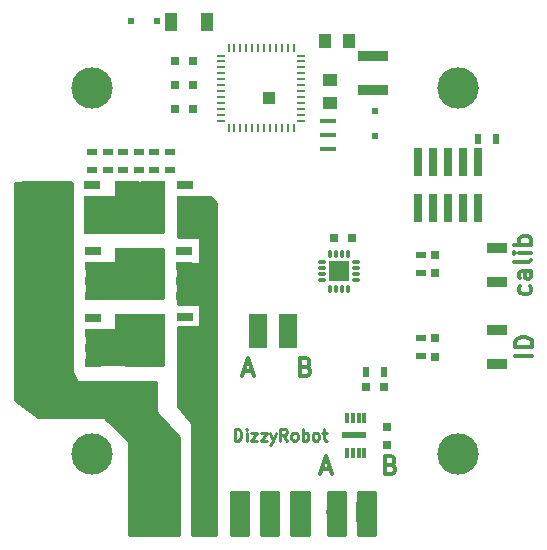
<source format=gbr>
G04 #@! TF.FileFunction,Soldermask,Top*
%FSLAX46Y46*%
G04 Gerber Fmt 4.6, Leading zero omitted, Abs format (unit mm)*
G04 Created by KiCad (PCBNEW 4.0.6) date 10/14/18 11:43:10*
%MOMM*%
%LPD*%
G01*
G04 APERTURE LIST*
%ADD10C,0.100000*%
%ADD11C,0.300000*%
%ADD12C,0.250000*%
%ADD13C,3.500000*%
%ADD14R,1.000000X1.250000*%
%ADD15R,1.250000X1.000000*%
%ADD16R,0.800000X0.750000*%
%ADD17R,0.750000X0.800000*%
%ADD18R,1.700000X0.900000*%
%ADD19R,0.500000X0.500000*%
%ADD20R,0.800000X0.800000*%
%ADD21R,1.700000X1.700000*%
%ADD22O,1.700000X1.700000*%
%ADD23R,2.500000X0.900000*%
%ADD24R,1.400000X0.700000*%
%ADD25R,4.300000X4.410000*%
%ADD26R,0.900000X0.500000*%
%ADD27R,0.500000X0.900000*%
%ADD28R,0.700000X0.250000*%
%ADD29R,0.250000X0.700000*%
%ADD30R,1.000000X1.000000*%
%ADD31R,0.304800X0.889000*%
%ADD32R,2.000000X0.600000*%
%ADD33O,0.300000X0.750000*%
%ADD34O,0.750000X0.300000*%
%ADD35R,0.900000X0.900000*%
%ADD36R,1.400000X0.400000*%
%ADD37R,1.000000X1.600000*%
%ADD38R,2.150000X2.200000*%
%ADD39R,0.740000X2.400000*%
%ADD40R,1.500000X3.000000*%
%ADD41C,0.254000*%
G04 APERTURE END LIST*
D10*
D11*
X68107143Y-73592857D02*
X68321429Y-73664286D01*
X68392857Y-73735714D01*
X68464286Y-73878571D01*
X68464286Y-74092857D01*
X68392857Y-74235714D01*
X68321429Y-74307143D01*
X68178571Y-74378571D01*
X67607143Y-74378571D01*
X67607143Y-72878571D01*
X68107143Y-72878571D01*
X68250000Y-72950000D01*
X68321429Y-73021429D01*
X68392857Y-73164286D01*
X68392857Y-73307143D01*
X68321429Y-73450000D01*
X68250000Y-73521429D01*
X68107143Y-73592857D01*
X67607143Y-73592857D01*
X62842857Y-73950000D02*
X63557143Y-73950000D01*
X62700000Y-74378571D02*
X63200000Y-72878571D01*
X63700000Y-74378571D01*
X75307143Y-81892857D02*
X75521429Y-81964286D01*
X75592857Y-82035714D01*
X75664286Y-82178571D01*
X75664286Y-82392857D01*
X75592857Y-82535714D01*
X75521429Y-82607143D01*
X75378571Y-82678571D01*
X74807143Y-82678571D01*
X74807143Y-81178571D01*
X75307143Y-81178571D01*
X75450000Y-81250000D01*
X75521429Y-81321429D01*
X75592857Y-81464286D01*
X75592857Y-81607143D01*
X75521429Y-81750000D01*
X75450000Y-81821429D01*
X75307143Y-81892857D01*
X74807143Y-81892857D01*
X69442857Y-82250000D02*
X70157143Y-82250000D01*
X69300000Y-82678571D02*
X69800000Y-81178571D01*
X70300000Y-82678571D01*
X87107143Y-66750000D02*
X87178571Y-66892857D01*
X87178571Y-67178571D01*
X87107143Y-67321429D01*
X87035714Y-67392857D01*
X86892857Y-67464286D01*
X86464286Y-67464286D01*
X86321429Y-67392857D01*
X86250000Y-67321429D01*
X86178571Y-67178571D01*
X86178571Y-66892857D01*
X86250000Y-66750000D01*
X87178571Y-65464286D02*
X86392857Y-65464286D01*
X86250000Y-65535715D01*
X86178571Y-65678572D01*
X86178571Y-65964286D01*
X86250000Y-66107143D01*
X87107143Y-65464286D02*
X87178571Y-65607143D01*
X87178571Y-65964286D01*
X87107143Y-66107143D01*
X86964286Y-66178572D01*
X86821429Y-66178572D01*
X86678571Y-66107143D01*
X86607143Y-65964286D01*
X86607143Y-65607143D01*
X86535714Y-65464286D01*
X87178571Y-64535714D02*
X87107143Y-64678572D01*
X86964286Y-64750000D01*
X85678571Y-64750000D01*
X87178571Y-63964286D02*
X86178571Y-63964286D01*
X85678571Y-63964286D02*
X85750000Y-64035715D01*
X85821429Y-63964286D01*
X85750000Y-63892858D01*
X85678571Y-63964286D01*
X85821429Y-63964286D01*
X87178571Y-63250000D02*
X85678571Y-63250000D01*
X86250000Y-63250000D02*
X86178571Y-63107143D01*
X86178571Y-62821429D01*
X86250000Y-62678572D01*
X86321429Y-62607143D01*
X86464286Y-62535714D01*
X86892857Y-62535714D01*
X87035714Y-62607143D01*
X87107143Y-62678572D01*
X87178571Y-62821429D01*
X87178571Y-63107143D01*
X87107143Y-63250000D01*
X87278571Y-72650000D02*
X85778571Y-72650000D01*
X87278571Y-71935714D02*
X85778571Y-71935714D01*
X85778571Y-71578571D01*
X85850000Y-71364286D01*
X85992857Y-71221428D01*
X86135714Y-71150000D01*
X86421429Y-71078571D01*
X86635714Y-71078571D01*
X86921429Y-71150000D01*
X87064286Y-71221428D01*
X87207143Y-71364286D01*
X87278571Y-71578571D01*
X87278571Y-71935714D01*
D12*
X62066666Y-79852381D02*
X62066666Y-78852381D01*
X62304761Y-78852381D01*
X62447619Y-78900000D01*
X62542857Y-78995238D01*
X62590476Y-79090476D01*
X62638095Y-79280952D01*
X62638095Y-79423810D01*
X62590476Y-79614286D01*
X62542857Y-79709524D01*
X62447619Y-79804762D01*
X62304761Y-79852381D01*
X62066666Y-79852381D01*
X63066666Y-79852381D02*
X63066666Y-79185714D01*
X63066666Y-78852381D02*
X63019047Y-78900000D01*
X63066666Y-78947619D01*
X63114285Y-78900000D01*
X63066666Y-78852381D01*
X63066666Y-78947619D01*
X63447618Y-79185714D02*
X63971428Y-79185714D01*
X63447618Y-79852381D01*
X63971428Y-79852381D01*
X64257142Y-79185714D02*
X64780952Y-79185714D01*
X64257142Y-79852381D01*
X64780952Y-79852381D01*
X65066666Y-79185714D02*
X65304761Y-79852381D01*
X65542857Y-79185714D02*
X65304761Y-79852381D01*
X65209523Y-80090476D01*
X65161904Y-80138095D01*
X65066666Y-80185714D01*
X66495238Y-79852381D02*
X66161904Y-79376190D01*
X65923809Y-79852381D02*
X65923809Y-78852381D01*
X66304762Y-78852381D01*
X66400000Y-78900000D01*
X66447619Y-78947619D01*
X66495238Y-79042857D01*
X66495238Y-79185714D01*
X66447619Y-79280952D01*
X66400000Y-79328571D01*
X66304762Y-79376190D01*
X65923809Y-79376190D01*
X67066666Y-79852381D02*
X66971428Y-79804762D01*
X66923809Y-79757143D01*
X66876190Y-79661905D01*
X66876190Y-79376190D01*
X66923809Y-79280952D01*
X66971428Y-79233333D01*
X67066666Y-79185714D01*
X67209524Y-79185714D01*
X67304762Y-79233333D01*
X67352381Y-79280952D01*
X67400000Y-79376190D01*
X67400000Y-79661905D01*
X67352381Y-79757143D01*
X67304762Y-79804762D01*
X67209524Y-79852381D01*
X67066666Y-79852381D01*
X67828571Y-79852381D02*
X67828571Y-78852381D01*
X67828571Y-79233333D02*
X67923809Y-79185714D01*
X68114286Y-79185714D01*
X68209524Y-79233333D01*
X68257143Y-79280952D01*
X68304762Y-79376190D01*
X68304762Y-79661905D01*
X68257143Y-79757143D01*
X68209524Y-79804762D01*
X68114286Y-79852381D01*
X67923809Y-79852381D01*
X67828571Y-79804762D01*
X68876190Y-79852381D02*
X68780952Y-79804762D01*
X68733333Y-79757143D01*
X68685714Y-79661905D01*
X68685714Y-79376190D01*
X68733333Y-79280952D01*
X68780952Y-79233333D01*
X68876190Y-79185714D01*
X69019048Y-79185714D01*
X69114286Y-79233333D01*
X69161905Y-79280952D01*
X69209524Y-79376190D01*
X69209524Y-79661905D01*
X69161905Y-79757143D01*
X69114286Y-79804762D01*
X69019048Y-79852381D01*
X68876190Y-79852381D01*
X69495238Y-79185714D02*
X69876190Y-79185714D01*
X69638095Y-78852381D02*
X69638095Y-79709524D01*
X69685714Y-79804762D01*
X69780952Y-79852381D01*
X69876190Y-79852381D01*
D13*
X50000000Y-81000000D03*
X81000000Y-81000000D03*
X81000000Y-50000000D03*
D14*
X71750000Y-46050000D03*
X69750000Y-46050000D03*
D15*
X70150000Y-51300000D03*
X70150000Y-49300000D03*
D16*
X58550000Y-51800000D03*
X57050000Y-51800000D03*
X58550000Y-49750000D03*
X57050000Y-49750000D03*
X58550000Y-47750000D03*
X57050000Y-47750000D03*
D17*
X75000000Y-80200000D03*
X75000000Y-78700000D03*
D16*
X70500000Y-62700000D03*
X72000000Y-62700000D03*
D18*
X84300000Y-66400000D03*
X84300000Y-63500000D03*
D19*
X73950000Y-51900000D03*
X73950000Y-54100000D03*
D20*
X74750000Y-75350000D03*
X73150000Y-75350000D03*
X79000000Y-71150000D03*
X79000000Y-72750000D03*
D19*
X55500000Y-44350000D03*
X53300000Y-44350000D03*
D20*
X79000000Y-64100000D03*
X79000000Y-65700000D03*
D18*
X84300000Y-73350000D03*
X84300000Y-70450000D03*
D21*
X73200000Y-85900000D03*
D22*
X70660000Y-85900000D03*
D21*
X56600000Y-85900000D03*
X59200000Y-85900000D03*
X62500000Y-85900000D03*
X65040000Y-85900000D03*
X67580000Y-85900000D03*
D23*
X73750000Y-50200000D03*
X73750000Y-47300000D03*
D24*
X50100000Y-73240000D03*
X50100000Y-71970000D03*
X50100000Y-70700000D03*
X50100000Y-69430000D03*
D25*
X46290000Y-71335000D03*
D24*
X50100000Y-67570000D03*
X50100000Y-66300000D03*
X50100000Y-65030000D03*
X50100000Y-63760000D03*
D25*
X46290000Y-65665000D03*
D24*
X50000000Y-62000000D03*
X50000000Y-60730000D03*
X50000000Y-59460000D03*
X50000000Y-58190000D03*
D25*
X46190000Y-60095000D03*
D26*
X77800000Y-72700000D03*
X77800000Y-71200000D03*
X77800000Y-65650000D03*
X77800000Y-64150000D03*
X55250000Y-56950000D03*
X55250000Y-55450000D03*
X56600000Y-56950000D03*
X56600000Y-55450000D03*
X52650000Y-56950000D03*
X52650000Y-55450000D03*
X53950000Y-56950000D03*
X53950000Y-55450000D03*
X50000000Y-56950000D03*
X50000000Y-55450000D03*
X51350000Y-56950000D03*
X51350000Y-55450000D03*
D27*
X73200000Y-74050000D03*
X74700000Y-74050000D03*
D28*
X67700000Y-52750000D03*
X67700000Y-52250000D03*
X67700000Y-51750000D03*
X67700000Y-51250000D03*
X67700000Y-50750000D03*
X67700000Y-50250000D03*
X67700000Y-49750000D03*
X67700000Y-49250000D03*
X67700000Y-48750000D03*
X67700000Y-48250000D03*
X67700000Y-47750000D03*
X67700000Y-47250000D03*
D29*
X67050000Y-46600000D03*
X66550000Y-46600000D03*
X66050000Y-46600000D03*
X65550000Y-46600000D03*
X65050000Y-46600000D03*
X64550000Y-46600000D03*
X64050000Y-46600000D03*
X63550000Y-46600000D03*
X63050000Y-46600000D03*
X62550000Y-46600000D03*
X62050000Y-46600000D03*
X61550000Y-46600000D03*
D28*
X60900000Y-47250000D03*
X60900000Y-47750000D03*
X60900000Y-48250000D03*
X60900000Y-48750000D03*
X60900000Y-49250000D03*
X60900000Y-49750000D03*
X60900000Y-50250000D03*
X60900000Y-50750000D03*
X60900000Y-51250000D03*
X60900000Y-51750000D03*
X60900000Y-52250000D03*
X60900000Y-52750000D03*
D29*
X61550000Y-53400000D03*
X62050000Y-53400000D03*
X62550000Y-53400000D03*
X63050000Y-53400000D03*
X63550000Y-53400000D03*
X64050000Y-53400000D03*
X64550000Y-53400000D03*
X65050000Y-53400000D03*
X65550000Y-53400000D03*
X66050000Y-53400000D03*
X66550000Y-53400000D03*
X67050000Y-53400000D03*
D30*
X65000000Y-50800000D03*
D31*
X73050000Y-77900000D03*
X72550000Y-77900000D03*
X72050000Y-77900000D03*
X71550000Y-77900000D03*
X71550000Y-80922600D03*
X72050000Y-80922600D03*
X72550000Y-80922600D03*
X73050000Y-80922600D03*
D32*
X72200000Y-79411300D03*
D33*
X70150000Y-66975000D03*
X70650000Y-66975000D03*
X71150000Y-66975000D03*
X71650000Y-66975000D03*
D34*
X72375000Y-66250000D03*
X72375000Y-65750000D03*
X72375000Y-65250000D03*
X72375000Y-64750000D03*
D33*
X71650000Y-64025000D03*
X71150000Y-64025000D03*
X70650000Y-64025000D03*
X70150000Y-64025000D03*
D34*
X69425000Y-64750000D03*
X69425000Y-65250000D03*
X69425000Y-65750000D03*
X69425000Y-66250000D03*
D35*
X71350000Y-65050000D03*
X70450000Y-65050000D03*
X71350000Y-65950000D03*
X70450000Y-65950000D03*
D36*
X70000000Y-55150000D03*
X70000000Y-53950000D03*
X70000000Y-52750000D03*
D37*
X56700000Y-44400000D03*
X59700000Y-44400000D03*
D24*
X57823935Y-73205000D03*
X57823935Y-71935000D03*
X57823935Y-70665000D03*
X57823935Y-69395000D03*
D38*
X52958935Y-72400000D03*
X52958935Y-70200000D03*
X55108935Y-72400000D03*
X55108935Y-70200000D03*
D24*
X57810000Y-67605000D03*
X57810000Y-66335000D03*
X57810000Y-65065000D03*
X57810000Y-63795000D03*
D38*
X52945000Y-66800000D03*
X52945000Y-64600000D03*
X55095000Y-66800000D03*
X55095000Y-64600000D03*
D24*
X57823935Y-62000000D03*
X57823935Y-60730000D03*
X57823935Y-59460000D03*
X57823935Y-58190000D03*
D38*
X52958935Y-61195000D03*
X52958935Y-58995000D03*
X55108935Y-61195000D03*
X55108935Y-58995000D03*
D39*
X77610000Y-60150000D03*
X77610000Y-56250000D03*
X78880000Y-60150000D03*
X78880000Y-56250000D03*
X80150000Y-60150000D03*
X80150000Y-56250000D03*
X81420000Y-60150000D03*
X81420000Y-56250000D03*
X82690000Y-60150000D03*
X82690000Y-56250000D03*
D40*
X66600000Y-70600000D03*
X64060000Y-70600000D03*
D27*
X84200000Y-54300000D03*
X82700000Y-54300000D03*
D13*
X50000000Y-50000000D03*
D41*
G36*
X48273000Y-74000000D02*
X48286408Y-74056796D01*
X48686408Y-74856796D01*
X48717454Y-74896515D01*
X48761507Y-74921026D01*
X48800000Y-74927000D01*
X55373000Y-74927000D01*
X55373000Y-77300000D01*
X55383006Y-77349410D01*
X55406028Y-77385429D01*
X57373000Y-79549098D01*
X57373000Y-87873000D01*
X53127000Y-87873000D01*
X53127000Y-80000000D01*
X53116994Y-79950590D01*
X53089803Y-79910197D01*
X51089803Y-77910197D01*
X51047789Y-77882334D01*
X51000000Y-77873000D01*
X45391502Y-77873000D01*
X43427000Y-76435559D01*
X43427000Y-58027000D01*
X48273000Y-58027000D01*
X48273000Y-74000000D01*
X48273000Y-74000000D01*
G37*
X48273000Y-74000000D02*
X48286408Y-74056796D01*
X48686408Y-74856796D01*
X48717454Y-74896515D01*
X48761507Y-74921026D01*
X48800000Y-74927000D01*
X55373000Y-74927000D01*
X55373000Y-77300000D01*
X55383006Y-77349410D01*
X55406028Y-77385429D01*
X57373000Y-79549098D01*
X57373000Y-87873000D01*
X53127000Y-87873000D01*
X53127000Y-80000000D01*
X53116994Y-79950590D01*
X53089803Y-79910197D01*
X51089803Y-77910197D01*
X51047789Y-77882334D01*
X51000000Y-77873000D01*
X45391502Y-77873000D01*
X43427000Y-76435559D01*
X43427000Y-58027000D01*
X48273000Y-58027000D01*
X48273000Y-74000000D01*
G36*
X55974435Y-62173000D02*
X49427000Y-62173000D01*
X49427000Y-59227000D01*
X51850000Y-59227000D01*
X51899410Y-59216994D01*
X51941035Y-59188553D01*
X51968315Y-59146159D01*
X51977000Y-59100000D01*
X51977000Y-58027000D01*
X56021548Y-58027000D01*
X55974435Y-62173000D01*
X55974435Y-62173000D01*
G37*
X55974435Y-62173000D02*
X49427000Y-62173000D01*
X49427000Y-59227000D01*
X51850000Y-59227000D01*
X51899410Y-59216994D01*
X51941035Y-59188553D01*
X51968315Y-59146159D01*
X51977000Y-59100000D01*
X51977000Y-58027000D01*
X56021548Y-58027000D01*
X55974435Y-62173000D01*
G36*
X55974435Y-67773000D02*
X49527000Y-67773000D01*
X49527000Y-64827000D01*
X51900000Y-64827000D01*
X51949410Y-64816994D01*
X51991035Y-64788553D01*
X52018315Y-64746159D01*
X52027000Y-64700000D01*
X52027000Y-63627000D01*
X56021548Y-63627000D01*
X55974435Y-67773000D01*
X55974435Y-67773000D01*
G37*
X55974435Y-67773000D02*
X49527000Y-67773000D01*
X49527000Y-64827000D01*
X51900000Y-64827000D01*
X51949410Y-64816994D01*
X51991035Y-64788553D01*
X52018315Y-64746159D01*
X52027000Y-64700000D01*
X52027000Y-63627000D01*
X56021548Y-63627000D01*
X55974435Y-67773000D01*
G36*
X56023000Y-73422055D02*
X49527000Y-73373937D01*
X49527000Y-70477000D01*
X51900000Y-70477000D01*
X51949410Y-70466994D01*
X51991035Y-70438553D01*
X52018315Y-70396159D01*
X52027000Y-70350000D01*
X52027000Y-69227000D01*
X56023000Y-69227000D01*
X56023000Y-73422055D01*
X56023000Y-73422055D01*
G37*
X56023000Y-73422055D02*
X49527000Y-73373937D01*
X49527000Y-70477000D01*
X51900000Y-70477000D01*
X51949410Y-70466994D01*
X51991035Y-70438553D01*
X52018315Y-70396159D01*
X52027000Y-70350000D01*
X52027000Y-69227000D01*
X56023000Y-69227000D01*
X56023000Y-73422055D01*
G36*
X60473000Y-59702606D02*
X60473000Y-87873000D01*
X58427000Y-87873000D01*
X58427000Y-78350000D01*
X58416994Y-78300590D01*
X58394921Y-78265626D01*
X57227000Y-76951715D01*
X57227000Y-70227000D01*
X59000000Y-70227000D01*
X59049410Y-70216994D01*
X59091035Y-70188553D01*
X59118315Y-70146159D01*
X59127000Y-70100000D01*
X59127000Y-68400000D01*
X59116994Y-68350590D01*
X59088553Y-68308965D01*
X59046159Y-68281685D01*
X59000000Y-68273000D01*
X57227000Y-68273000D01*
X57227000Y-64877000D01*
X59000000Y-64877000D01*
X59049410Y-64866994D01*
X59091035Y-64838553D01*
X59118315Y-64796159D01*
X59127000Y-64750000D01*
X59127000Y-62750000D01*
X59116994Y-62700590D01*
X59088553Y-62658965D01*
X59046159Y-62631685D01*
X59000000Y-62623000D01*
X57227000Y-62623000D01*
X57227000Y-59227000D01*
X59997394Y-59227000D01*
X60473000Y-59702606D01*
X60473000Y-59702606D01*
G37*
X60473000Y-59702606D02*
X60473000Y-87873000D01*
X58427000Y-87873000D01*
X58427000Y-78350000D01*
X58416994Y-78300590D01*
X58394921Y-78265626D01*
X57227000Y-76951715D01*
X57227000Y-70227000D01*
X59000000Y-70227000D01*
X59049410Y-70216994D01*
X59091035Y-70188553D01*
X59118315Y-70146159D01*
X59127000Y-70100000D01*
X59127000Y-68400000D01*
X59116994Y-68350590D01*
X59088553Y-68308965D01*
X59046159Y-68281685D01*
X59000000Y-68273000D01*
X57227000Y-68273000D01*
X57227000Y-64877000D01*
X59000000Y-64877000D01*
X59049410Y-64866994D01*
X59091035Y-64838553D01*
X59118315Y-64796159D01*
X59127000Y-64750000D01*
X59127000Y-62750000D01*
X59116994Y-62700590D01*
X59088553Y-62658965D01*
X59046159Y-62631685D01*
X59000000Y-62623000D01*
X57227000Y-62623000D01*
X57227000Y-59227000D01*
X59997394Y-59227000D01*
X60473000Y-59702606D01*
G36*
X63223000Y-87873000D02*
X61777000Y-87873000D01*
X61777000Y-84177000D01*
X63223000Y-84177000D01*
X63223000Y-87873000D01*
X63223000Y-87873000D01*
G37*
X63223000Y-87873000D02*
X61777000Y-87873000D01*
X61777000Y-84177000D01*
X63223000Y-84177000D01*
X63223000Y-87873000D01*
G36*
X65773000Y-87873000D02*
X64277000Y-87873000D01*
X64277000Y-84177000D01*
X65773000Y-84177000D01*
X65773000Y-87873000D01*
X65773000Y-87873000D01*
G37*
X65773000Y-87873000D02*
X64277000Y-87873000D01*
X64277000Y-84177000D01*
X65773000Y-84177000D01*
X65773000Y-87873000D01*
G36*
X68373000Y-87873000D02*
X66827000Y-87873000D01*
X66827000Y-84177000D01*
X68373000Y-84177000D01*
X68373000Y-87873000D01*
X68373000Y-87873000D01*
G37*
X68373000Y-87873000D02*
X66827000Y-87873000D01*
X66827000Y-84177000D01*
X68373000Y-84177000D01*
X68373000Y-87873000D01*
G36*
X71373000Y-87873000D02*
X69927000Y-87873000D01*
X69927000Y-84227000D01*
X71373000Y-84227000D01*
X71373000Y-87873000D01*
X71373000Y-87873000D01*
G37*
X71373000Y-87873000D02*
X69927000Y-87873000D01*
X69927000Y-84227000D01*
X71373000Y-84227000D01*
X71373000Y-87873000D01*
G36*
X73973000Y-87873000D02*
X72477000Y-87873000D01*
X72477000Y-84227000D01*
X73973000Y-84227000D01*
X73973000Y-87873000D01*
X73973000Y-87873000D01*
G37*
X73973000Y-87873000D02*
X72477000Y-87873000D01*
X72477000Y-84227000D01*
X73973000Y-84227000D01*
X73973000Y-87873000D01*
M02*

</source>
